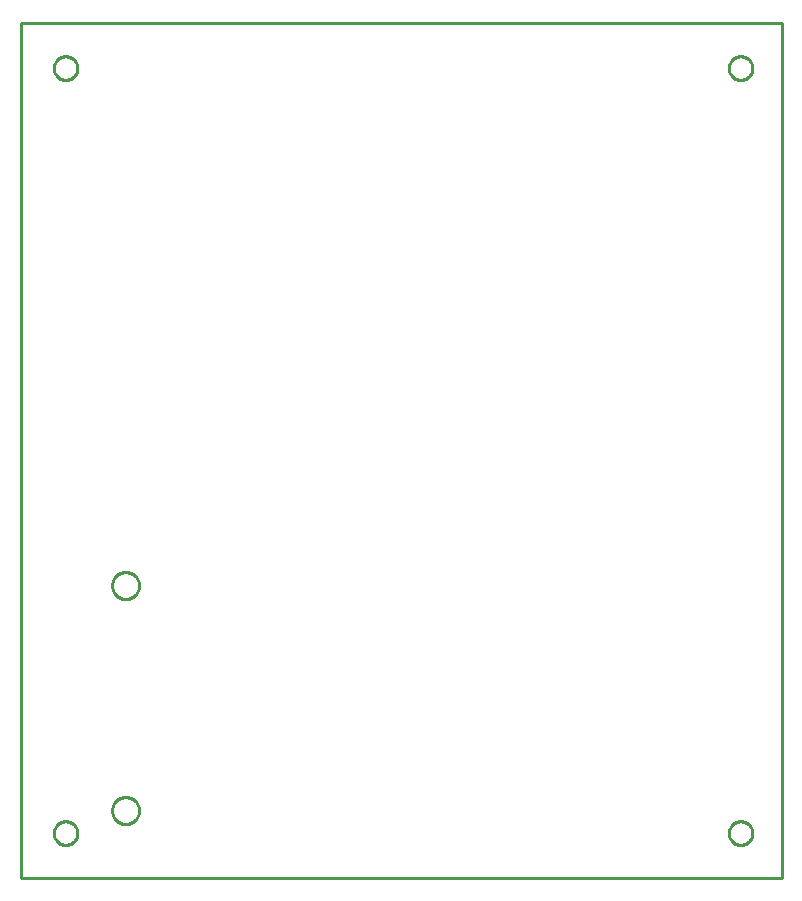
<source format=gbr>
G04 EAGLE Gerber RS-274X export*
G75*
%MOMM*%
%FSLAX34Y34*%
%LPD*%
%IN*%
%IPPOS*%
%AMOC8*
5,1,8,0,0,1.08239X$1,22.5*%
G01*
%ADD10C,0.254000*%


D10*
X0Y0D02*
X644400Y0D01*
X644400Y723800D01*
X0Y723800D01*
X0Y0D01*
X48100Y685363D02*
X48024Y684494D01*
X47872Y683634D01*
X47646Y682790D01*
X47348Y681970D01*
X46979Y681178D01*
X46542Y680422D01*
X46041Y679707D01*
X45480Y679038D01*
X44862Y678420D01*
X44193Y677859D01*
X43478Y677358D01*
X42722Y676921D01*
X41930Y676552D01*
X41110Y676254D01*
X40266Y676028D01*
X39407Y675876D01*
X38537Y675800D01*
X37663Y675800D01*
X36794Y675876D01*
X35934Y676028D01*
X35090Y676254D01*
X34270Y676552D01*
X33478Y676921D01*
X32722Y677358D01*
X32007Y677859D01*
X31338Y678420D01*
X30720Y679038D01*
X30159Y679707D01*
X29658Y680422D01*
X29221Y681178D01*
X28852Y681970D01*
X28554Y682790D01*
X28328Y683634D01*
X28176Y684494D01*
X28100Y685363D01*
X28100Y686237D01*
X28176Y687107D01*
X28328Y687966D01*
X28554Y688810D01*
X28852Y689630D01*
X29221Y690422D01*
X29658Y691178D01*
X30159Y691893D01*
X30720Y692562D01*
X31338Y693180D01*
X32007Y693741D01*
X32722Y694242D01*
X33478Y694679D01*
X34270Y695048D01*
X35090Y695346D01*
X35934Y695572D01*
X36794Y695724D01*
X37663Y695800D01*
X38537Y695800D01*
X39407Y695724D01*
X40266Y695572D01*
X41110Y695346D01*
X41930Y695048D01*
X42722Y694679D01*
X43478Y694242D01*
X44193Y693741D01*
X44862Y693180D01*
X45480Y692562D01*
X46041Y691893D01*
X46542Y691178D01*
X46979Y690422D01*
X47348Y689630D01*
X47646Y688810D01*
X47872Y687966D01*
X48024Y687107D01*
X48100Y686237D01*
X48100Y685363D01*
X48100Y37663D02*
X48024Y36794D01*
X47872Y35934D01*
X47646Y35090D01*
X47348Y34270D01*
X46979Y33478D01*
X46542Y32722D01*
X46041Y32007D01*
X45480Y31338D01*
X44862Y30720D01*
X44193Y30159D01*
X43478Y29658D01*
X42722Y29221D01*
X41930Y28852D01*
X41110Y28554D01*
X40266Y28328D01*
X39407Y28176D01*
X38537Y28100D01*
X37663Y28100D01*
X36794Y28176D01*
X35934Y28328D01*
X35090Y28554D01*
X34270Y28852D01*
X33478Y29221D01*
X32722Y29658D01*
X32007Y30159D01*
X31338Y30720D01*
X30720Y31338D01*
X30159Y32007D01*
X29658Y32722D01*
X29221Y33478D01*
X28852Y34270D01*
X28554Y35090D01*
X28328Y35934D01*
X28176Y36794D01*
X28100Y37663D01*
X28100Y38537D01*
X28176Y39407D01*
X28328Y40266D01*
X28554Y41110D01*
X28852Y41930D01*
X29221Y42722D01*
X29658Y43478D01*
X30159Y44193D01*
X30720Y44862D01*
X31338Y45480D01*
X32007Y46041D01*
X32722Y46542D01*
X33478Y46979D01*
X34270Y47348D01*
X35090Y47646D01*
X35934Y47872D01*
X36794Y48024D01*
X37663Y48100D01*
X38537Y48100D01*
X39407Y48024D01*
X40266Y47872D01*
X41110Y47646D01*
X41930Y47348D01*
X42722Y46979D01*
X43478Y46542D01*
X44193Y46041D01*
X44862Y45480D01*
X45480Y44862D01*
X46041Y44193D01*
X46542Y43478D01*
X46979Y42722D01*
X47348Y41930D01*
X47646Y41110D01*
X47872Y40266D01*
X48024Y39407D01*
X48100Y38537D01*
X48100Y37663D01*
X619600Y685363D02*
X619524Y684494D01*
X619372Y683634D01*
X619146Y682790D01*
X618848Y681970D01*
X618479Y681178D01*
X618042Y680422D01*
X617541Y679707D01*
X616980Y679038D01*
X616362Y678420D01*
X615693Y677859D01*
X614978Y677358D01*
X614222Y676921D01*
X613430Y676552D01*
X612610Y676254D01*
X611766Y676028D01*
X610907Y675876D01*
X610037Y675800D01*
X609163Y675800D01*
X608294Y675876D01*
X607434Y676028D01*
X606590Y676254D01*
X605770Y676552D01*
X604978Y676921D01*
X604222Y677358D01*
X603507Y677859D01*
X602838Y678420D01*
X602220Y679038D01*
X601659Y679707D01*
X601158Y680422D01*
X600721Y681178D01*
X600352Y681970D01*
X600054Y682790D01*
X599828Y683634D01*
X599676Y684494D01*
X599600Y685363D01*
X599600Y686237D01*
X599676Y687107D01*
X599828Y687966D01*
X600054Y688810D01*
X600352Y689630D01*
X600721Y690422D01*
X601158Y691178D01*
X601659Y691893D01*
X602220Y692562D01*
X602838Y693180D01*
X603507Y693741D01*
X604222Y694242D01*
X604978Y694679D01*
X605770Y695048D01*
X606590Y695346D01*
X607434Y695572D01*
X608294Y695724D01*
X609163Y695800D01*
X610037Y695800D01*
X610907Y695724D01*
X611766Y695572D01*
X612610Y695346D01*
X613430Y695048D01*
X614222Y694679D01*
X614978Y694242D01*
X615693Y693741D01*
X616362Y693180D01*
X616980Y692562D01*
X617541Y691893D01*
X618042Y691178D01*
X618479Y690422D01*
X618848Y689630D01*
X619146Y688810D01*
X619372Y687966D01*
X619524Y687107D01*
X619600Y686237D01*
X619600Y685363D01*
X619600Y37663D02*
X619524Y36794D01*
X619372Y35934D01*
X619146Y35090D01*
X618848Y34270D01*
X618479Y33478D01*
X618042Y32722D01*
X617541Y32007D01*
X616980Y31338D01*
X616362Y30720D01*
X615693Y30159D01*
X614978Y29658D01*
X614222Y29221D01*
X613430Y28852D01*
X612610Y28554D01*
X611766Y28328D01*
X610907Y28176D01*
X610037Y28100D01*
X609163Y28100D01*
X608294Y28176D01*
X607434Y28328D01*
X606590Y28554D01*
X605770Y28852D01*
X604978Y29221D01*
X604222Y29658D01*
X603507Y30159D01*
X602838Y30720D01*
X602220Y31338D01*
X601659Y32007D01*
X601158Y32722D01*
X600721Y33478D01*
X600352Y34270D01*
X600054Y35090D01*
X599828Y35934D01*
X599676Y36794D01*
X599600Y37663D01*
X599600Y38537D01*
X599676Y39407D01*
X599828Y40266D01*
X600054Y41110D01*
X600352Y41930D01*
X600721Y42722D01*
X601158Y43478D01*
X601659Y44193D01*
X602220Y44862D01*
X602838Y45480D01*
X603507Y46041D01*
X604222Y46542D01*
X604978Y46979D01*
X605770Y47348D01*
X606590Y47646D01*
X607434Y47872D01*
X608294Y48024D01*
X609163Y48100D01*
X610037Y48100D01*
X610907Y48024D01*
X611766Y47872D01*
X612610Y47646D01*
X613430Y47348D01*
X614222Y46979D01*
X614978Y46542D01*
X615693Y46041D01*
X616362Y45480D01*
X616980Y44862D01*
X617541Y44193D01*
X618042Y43478D01*
X618479Y42722D01*
X618848Y41930D01*
X619146Y41110D01*
X619372Y40266D01*
X619524Y39407D01*
X619600Y38537D01*
X619600Y37663D01*
X77470Y248099D02*
X77540Y248995D01*
X77681Y249882D01*
X77891Y250755D01*
X78168Y251609D01*
X78512Y252439D01*
X78920Y253239D01*
X79389Y254005D01*
X79917Y254732D01*
X80500Y255415D01*
X81135Y256050D01*
X81818Y256633D01*
X82545Y257161D01*
X83311Y257630D01*
X84111Y258038D01*
X84941Y258382D01*
X85795Y258659D01*
X86668Y258869D01*
X87556Y259010D01*
X88451Y259080D01*
X89349Y259080D01*
X90245Y259010D01*
X91132Y258869D01*
X92005Y258659D01*
X92859Y258382D01*
X93689Y258038D01*
X94489Y257630D01*
X95255Y257161D01*
X95982Y256633D01*
X96665Y256050D01*
X97300Y255415D01*
X97883Y254732D01*
X98411Y254005D01*
X98880Y253239D01*
X99288Y252439D01*
X99632Y251609D01*
X99909Y250755D01*
X100119Y249882D01*
X100260Y248995D01*
X100330Y248099D01*
X100330Y247201D01*
X100260Y246306D01*
X100119Y245418D01*
X99909Y244545D01*
X99632Y243691D01*
X99288Y242861D01*
X98880Y242061D01*
X98411Y241295D01*
X97883Y240568D01*
X97300Y239885D01*
X96665Y239250D01*
X95982Y238667D01*
X95255Y238139D01*
X94489Y237670D01*
X93689Y237262D01*
X92859Y236918D01*
X92005Y236641D01*
X91132Y236431D01*
X90245Y236290D01*
X89349Y236220D01*
X88451Y236220D01*
X87556Y236290D01*
X86668Y236431D01*
X85795Y236641D01*
X84941Y236918D01*
X84111Y237262D01*
X83311Y237670D01*
X82545Y238139D01*
X81818Y238667D01*
X81135Y239250D01*
X80500Y239885D01*
X79917Y240568D01*
X79389Y241295D01*
X78920Y242061D01*
X78512Y242861D01*
X78168Y243691D01*
X77891Y244545D01*
X77681Y245418D01*
X77540Y246306D01*
X77470Y247201D01*
X77470Y248099D01*
X77470Y57599D02*
X77540Y58495D01*
X77681Y59382D01*
X77891Y60255D01*
X78168Y61109D01*
X78512Y61939D01*
X78920Y62739D01*
X79389Y63505D01*
X79917Y64232D01*
X80500Y64915D01*
X81135Y65550D01*
X81818Y66133D01*
X82545Y66661D01*
X83311Y67130D01*
X84111Y67538D01*
X84941Y67882D01*
X85795Y68159D01*
X86668Y68369D01*
X87556Y68510D01*
X88451Y68580D01*
X89349Y68580D01*
X90245Y68510D01*
X91132Y68369D01*
X92005Y68159D01*
X92859Y67882D01*
X93689Y67538D01*
X94489Y67130D01*
X95255Y66661D01*
X95982Y66133D01*
X96665Y65550D01*
X97300Y64915D01*
X97883Y64232D01*
X98411Y63505D01*
X98880Y62739D01*
X99288Y61939D01*
X99632Y61109D01*
X99909Y60255D01*
X100119Y59382D01*
X100260Y58495D01*
X100330Y57599D01*
X100330Y56701D01*
X100260Y55806D01*
X100119Y54918D01*
X99909Y54045D01*
X99632Y53191D01*
X99288Y52361D01*
X98880Y51561D01*
X98411Y50795D01*
X97883Y50068D01*
X97300Y49385D01*
X96665Y48750D01*
X95982Y48167D01*
X95255Y47639D01*
X94489Y47170D01*
X93689Y46762D01*
X92859Y46418D01*
X92005Y46141D01*
X91132Y45931D01*
X90245Y45790D01*
X89349Y45720D01*
X88451Y45720D01*
X87556Y45790D01*
X86668Y45931D01*
X85795Y46141D01*
X84941Y46418D01*
X84111Y46762D01*
X83311Y47170D01*
X82545Y47639D01*
X81818Y48167D01*
X81135Y48750D01*
X80500Y49385D01*
X79917Y50068D01*
X79389Y50795D01*
X78920Y51561D01*
X78512Y52361D01*
X78168Y53191D01*
X77891Y54045D01*
X77681Y54918D01*
X77540Y55806D01*
X77470Y56701D01*
X77470Y57599D01*
M02*

</source>
